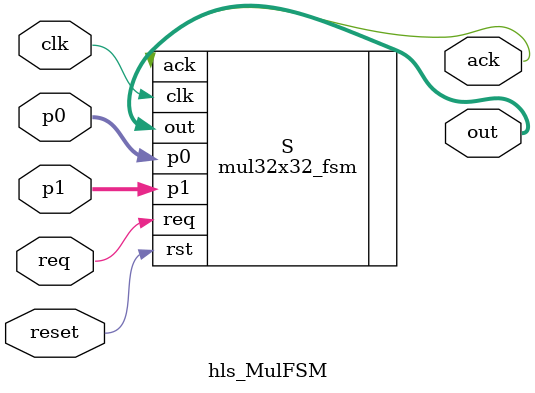
<source format=v>

`include "delay.v"
`include "arbiter.v"

module uartmm(input clk,
              input         rst,

              input         RX,
              output        TX,
              
              output [31:0] data_b,
              output reg    strobe_b,
              input [31:0]  addr_b,
              input [31:0]  data_b_in,
              input [31:0]  data_b_we);

   wire                 uart_RXD;
   inpin _rcxd(.clk(clk), .pin(RX), .rd(uart_RXD));


   reg                  qin_we, qin_re, qout_we, qout_re;
   wire                 qout_oready, qin_oready;
   
   wire [7:0]           qin_idata;
   reg [7:0]            qout_idata;
   wire [7:0]           qin_wdata;
   wire [7:0]           qout_wdata;
   wire                 uart_valid, uart_busy;

   // Insert the byte incoming from mm port 65539 into the uart output queue, if
   //  queue is not full.
   always @(posedge clk)
     if (!rst) begin
        qout_we <= 0;
        qout_idata <= 0;
     end else
     if (qout_we) begin
        qout_we <= 0;
     end else if ((addr_b == 65539) & data_b_we &
                  !qin_full) begin
        qout_idata <= data_b[7:0];
        qout_we <= 1;
     end

   // If uart is ready to transmit and the output queue is not empty, send one byte
   always @(posedge clk)
     if (!rst) qout_re <= 0;
     else if (qout_re) begin
        qout_re <= 0;
     end
     else if (qout_oready & !uart_busy) begin
        qout_re <= 1;
     end

   // If uart has a valid output, push it into the input queue
   always @(posedge clk)
     if (!rst) begin
        qin_we <= 0;
     end else if (qin_we) begin
        qin_we <= 0;
     end else if (uart_valid & !qin_full) begin
        qin_we <= 1;
     end

   reg cmd;
   wire addr_b_cmd =
        (addr_b == 65539);

   reg  out_tmp;
   assign data_b = cmd?{24'b0,qin_wdata}:{30'b0,out_tmp};
   
   // Manage the output
   always @(posedge clk)
     if (!rst) begin
        cmd <= 0;
        qin_re <= 0;
        out_tmp <= 0;
        strobe_b <= 0;
     end else begin
        cmd <= addr_b_cmd;
        if (qin_re) qin_re <= 0;
        else  if ((addr_b == 65539) & qin_oready) begin // UART DATA IN
           qin_re <= 1;
           strobe_b <= 1;
        end else if (addr_b == 65537) begin // UART IN READY
           out_tmp <= qin_oready;
           strobe_b <= 1;
        end else if (addr_b == 65538) begin // UART OUT READY
           out_tmp <= !qout_full;
           strobe_b <= 1;
        end else strobe_b <= 0;
     end

   // Modules
   delayqueue _qin (.clk(clk),
                    .rst(rst),

                    .we(qin_we),
                    .idata(qin_idata),

                    .re(qin_re),
                    .wdata(qin_wdata),
                    .oready(qin_oready),
                    .full(qin_full));

   delayqueue _qout (.clk(clk),
                    .rst(rst),

                    .we(qout_we),
                    .idata(qout_idata),

                    .re(qout_re),
                    .wdata(qout_wdata),
                    .oready(qout_oready),
                    .full(qout_full));
   
   buart _uart (
                .clk(clk),
                .resetq(rst),
                .rx(uart_RXD),
                .tx(TX),
                .rd(qin_we),
                .wr(qout_re),
                .valid(uart_valid),
                .busy(uart_busy),
                .tx_data(qout_wdata),
                .rx_data(qin_idata));

endmodule
 
module ledwriter (input clk,
                  input rst,

                  output reg [7:0] LED,
                  
                  input [31:0]     addr_b,
                  input [31:0]     data_b_in,
                  input [31:0]     data_b_we);

   always @(posedge clk)
     if (~rst) begin
        LED <= 0;
     end else begin
        if (addr_b == 65540)
          LED <= data_b_in[7:0];
     end

endmodule


// TODO:
// implement a 2-port RAM by using a double clock frequency + a single port
`define STR(a) `"a`"
`ifndef C2_RAM_DEPTH
 `define C2_RAM_DEPTH 1024
`endif

module socram(input clk,
              input             rst,

              output reg [31:0] data_a,
              input [31:0]      addr_a,
              
              output reg [31:0] data_b,
              output reg        strobe_b,
              input [31:0]      addr_b,
              input [31:0]      data_b_in,
              input [31:0]      data_b_we);

   parameter RAM_DEPTH = `C2_RAM_DEPTH;
   parameter INIT_FILE = `STR(`INIT_FILE_PATH);
   
   reg [31:0]                   mem [0:RAM_DEPTH-1];
   
   initial begin
      if (INIT_FILE != "")
         $readmemh(INIT_FILE, mem);
   end
   
   always @(posedge clk)
     begin
        if (data_b_we & (addr_b[31:16] == 0)) begin
           mem[addr_b] <= data_b_in;
        end
        data_a <= mem[addr_a];
        data_b <= mem[addr_b];
        strobe_b <= (addr_b[31:16] == 0);
     end
   
endmodule // socram


module mul16x16 (input [15:0]      a,
                 input [15:0]      b,
                 output [31:0] o);

   assign o = a * b;
   
endmodule // mul16x16


module hls_Mul(input clk,
               input reset,

               input [31:0]  p0,
               input [31:0]  p1,
               output [31:0] out);

   wire [15:0]               a = p0r[31:16];
   wire [15:0]               b = p0r[15:0];
   wire [15:0]               c = p1r[31:16];
   wire [15:0]               d = p1r[15:0];

   wire [15:0]               ad = a * d;
   wire [15:0]               bc = b * c;
   wire [31:0]               bd = b * d;

   reg [15:0]                adr;
   
   reg [31:0]                p0r;
   reg [31:0]                p1r;
   reg [31:0]                t1;
   reg [31:0]                t2;
   assign out = t2;
   

   always @(posedge clk)
     begin
        p0r <= p0; p1r <= p1;
        t1 <= bd + {bc[15:0], 16'b0}; adr <= ad[15:0];
        t2 <= t1 + {adr[15:0], 16'b0};
     end
   
   
endmodule // hls_Mul



`include "../rtl/mul.v"


module hls_MulFSM(input clk,
                  input         reset,
                  input         req,
                  output        ack,
                  
                  input [31:0]  p0,
                  input [31:0]  p1,
                  output [31:0] out);

    mul32x32_fsm S(.clk(clk),
                   .rst(reset),
                   .req(req),
                   .ack(ack),
                   .p0(p0),
                   .p1(p1),
                   .out(out));

endmodule // hls_MulFSM

`include "vgafifo.v"
`include "vga640x480ice.v"
`ifdef ENABLE_SOUND
 `include "soundctl.v"
`endif


</source>
